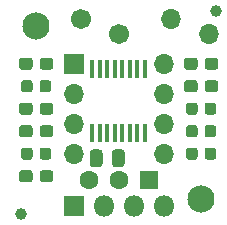
<source format=gts>
G04 #@! TF.GenerationSoftware,KiCad,Pcbnew,(5.1.6-0-10_14)*
G04 #@! TF.CreationDate,2021-03-28T12:21:54+01:00*
G04 #@! TF.ProjectId,VR-Conditioner-MAX9926+reg,56522d43-6f6e-4646-9974-696f6e65722d,3.6*
G04 #@! TF.SameCoordinates,PX68c4118PY713e7a8*
G04 #@! TF.FileFunction,Soldermask,Top*
G04 #@! TF.FilePolarity,Negative*
%FSLAX46Y46*%
G04 Gerber Fmt 4.6, Leading zero omitted, Abs format (unit mm)*
G04 Created by KiCad (PCBNEW (5.1.6-0-10_14)) date 2021-03-28 12:21:54*
%MOMM*%
%LPD*%
G01*
G04 APERTURE LIST*
%ADD10O,1.801600X1.801600*%
%ADD11R,1.801600X1.801600*%
%ADD12R,1.601600X1.601600*%
%ADD13C,1.601600*%
%ADD14C,2.301600*%
%ADD15O,1.701600X1.701600*%
%ADD16C,1.701600*%
%ADD17R,0.456400X1.556499*%
%ADD18R,1.701600X1.701600*%
%ADD19C,1.000000*%
G04 APERTURE END LIST*
G04 #@! TO.C,C20*
G36*
G01*
X2875800Y7266650D02*
X2875800Y6703350D01*
G75*
G02*
X2631650Y6459200I-244150J0D01*
G01*
X2143350Y6459200D01*
G75*
G02*
X1899200Y6703350I0J244150D01*
G01*
X1899200Y7266650D01*
G75*
G02*
X2143350Y7510800I244150J0D01*
G01*
X2631650Y7510800D01*
G75*
G02*
X2875800Y7266650I0J-244150D01*
G01*
G37*
G36*
G01*
X4450800Y7266650D02*
X4450800Y6703350D01*
G75*
G02*
X4206650Y6459200I-244150J0D01*
G01*
X3718350Y6459200D01*
G75*
G02*
X3474200Y6703350I0J244150D01*
G01*
X3474200Y7266650D01*
G75*
G02*
X3718350Y7510800I244150J0D01*
G01*
X4206650Y7510800D01*
G75*
G02*
X4450800Y7266650I0J-244150D01*
G01*
G37*
G04 #@! TD*
G04 #@! TO.C,C10*
G36*
G01*
X3474200Y12418350D02*
X3474200Y12981650D01*
G75*
G02*
X3718350Y13225800I244150J0D01*
G01*
X4206650Y13225800D01*
G75*
G02*
X4450800Y12981650I0J-244150D01*
G01*
X4450800Y12418350D01*
G75*
G02*
X4206650Y12174200I-244150J0D01*
G01*
X3718350Y12174200D01*
G75*
G02*
X3474200Y12418350I0J244150D01*
G01*
G37*
G36*
G01*
X1899200Y12418350D02*
X1899200Y12981650D01*
G75*
G02*
X2143350Y13225800I244150J0D01*
G01*
X2631650Y13225800D01*
G75*
G02*
X2875800Y12981650I0J-244150D01*
G01*
X2875800Y12418350D01*
G75*
G02*
X2631650Y12174200I-244150J0D01*
G01*
X2143350Y12174200D01*
G75*
G02*
X1899200Y12418350I0J244150D01*
G01*
G37*
G04 #@! TD*
G04 #@! TO.C,C4*
G36*
G01*
X9591700Y6113350D02*
X9591700Y7076650D01*
G75*
G02*
X9860850Y7345800I269150J0D01*
G01*
X10399150Y7345800D01*
G75*
G02*
X10668300Y7076650I0J-269150D01*
G01*
X10668300Y6113350D01*
G75*
G02*
X10399150Y5844200I-269150J0D01*
G01*
X9860850Y5844200D01*
G75*
G02*
X9591700Y6113350I0J269150D01*
G01*
G37*
G36*
G01*
X7716700Y6113350D02*
X7716700Y7076650D01*
G75*
G02*
X7985850Y7345800I269150J0D01*
G01*
X8524150Y7345800D01*
G75*
G02*
X8793300Y7076650I0J-269150D01*
G01*
X8793300Y6113350D01*
G75*
G02*
X8524150Y5844200I-269150J0D01*
G01*
X7985850Y5844200D01*
G75*
G02*
X7716700Y6113350I0J269150D01*
G01*
G37*
G04 #@! TD*
G04 #@! TO.C,C3*
G36*
G01*
X16845800Y11076650D02*
X16845800Y10513350D01*
G75*
G02*
X16601650Y10269200I-244150J0D01*
G01*
X16113350Y10269200D01*
G75*
G02*
X15869200Y10513350I0J244150D01*
G01*
X15869200Y11076650D01*
G75*
G02*
X16113350Y11320800I244150J0D01*
G01*
X16601650Y11320800D01*
G75*
G02*
X16845800Y11076650I0J-244150D01*
G01*
G37*
G36*
G01*
X18420800Y11076650D02*
X18420800Y10513350D01*
G75*
G02*
X18176650Y10269200I-244150J0D01*
G01*
X17688350Y10269200D01*
G75*
G02*
X17444200Y10513350I0J244150D01*
G01*
X17444200Y11076650D01*
G75*
G02*
X17688350Y11320800I244150J0D01*
G01*
X18176650Y11320800D01*
G75*
G02*
X18420800Y11076650I0J-244150D01*
G01*
G37*
G04 #@! TD*
G04 #@! TO.C,C2*
G36*
G01*
X16845800Y9171650D02*
X16845800Y8608350D01*
G75*
G02*
X16601650Y8364200I-244150J0D01*
G01*
X16113350Y8364200D01*
G75*
G02*
X15869200Y8608350I0J244150D01*
G01*
X15869200Y9171650D01*
G75*
G02*
X16113350Y9415800I244150J0D01*
G01*
X16601650Y9415800D01*
G75*
G02*
X16845800Y9171650I0J-244150D01*
G01*
G37*
G36*
G01*
X18420800Y9171650D02*
X18420800Y8608350D01*
G75*
G02*
X18176650Y8364200I-244150J0D01*
G01*
X17688350Y8364200D01*
G75*
G02*
X17444200Y8608350I0J244150D01*
G01*
X17444200Y9171650D01*
G75*
G02*
X17688350Y9415800I244150J0D01*
G01*
X18176650Y9415800D01*
G75*
G02*
X18420800Y9171650I0J-244150D01*
G01*
G37*
G04 #@! TD*
G04 #@! TO.C,C1*
G36*
G01*
X16845800Y7266650D02*
X16845800Y6703350D01*
G75*
G02*
X16601650Y6459200I-244150J0D01*
G01*
X16113350Y6459200D01*
G75*
G02*
X15869200Y6703350I0J244150D01*
G01*
X15869200Y7266650D01*
G75*
G02*
X16113350Y7510800I244150J0D01*
G01*
X16601650Y7510800D01*
G75*
G02*
X16845800Y7266650I0J-244150D01*
G01*
G37*
G36*
G01*
X18420800Y7266650D02*
X18420800Y6703350D01*
G75*
G02*
X18176650Y6459200I-244150J0D01*
G01*
X17688350Y6459200D01*
G75*
G02*
X17444200Y6703350I0J244150D01*
G01*
X17444200Y7266650D01*
G75*
G02*
X17688350Y7510800I244150J0D01*
G01*
X18176650Y7510800D01*
G75*
G02*
X18420800Y7266650I0J-244150D01*
G01*
G37*
G04 #@! TD*
D10*
G04 #@! TO.C,J2*
X13970000Y2540000D03*
X11430000Y2540000D03*
X8890000Y2540000D03*
D11*
X6350000Y2540000D03*
G04 #@! TD*
D12*
G04 #@! TO.C,U2*
X12700000Y4745000D03*
D13*
X7620000Y4745000D03*
X10160000Y4745000D03*
G04 #@! TD*
D14*
G04 #@! TO.C,H2*
X3175000Y17780000D03*
G04 #@! TD*
G04 #@! TO.C,H1*
X17145000Y3175000D03*
G04 #@! TD*
G04 #@! TO.C,R22*
G36*
G01*
X3474200Y8627100D02*
X3474200Y9152900D01*
G75*
G02*
X3737100Y9415800I262900J0D01*
G01*
X4362900Y9415800D01*
G75*
G02*
X4625800Y9152900I0J-262900D01*
G01*
X4625800Y8627100D01*
G75*
G02*
X4362900Y8364200I-262900J0D01*
G01*
X3737100Y8364200D01*
G75*
G02*
X3474200Y8627100I0J262900D01*
G01*
G37*
G36*
G01*
X1724200Y8627100D02*
X1724200Y9152900D01*
G75*
G02*
X1987100Y9415800I262900J0D01*
G01*
X2612900Y9415800D01*
G75*
G02*
X2875800Y9152900I0J-262900D01*
G01*
X2875800Y8627100D01*
G75*
G02*
X2612900Y8364200I-262900J0D01*
G01*
X1987100Y8364200D01*
G75*
G02*
X1724200Y8627100I0J262900D01*
G01*
G37*
G04 #@! TD*
D15*
G04 #@! TO.C,R23*
X17780000Y17145000D03*
D16*
X10160000Y17145000D03*
G04 #@! TD*
D15*
G04 #@! TO.C,R13*
X14605000Y18415000D03*
D16*
X6985000Y18415000D03*
G04 #@! TD*
D17*
G04 #@! TO.C,U1*
X12382500Y8708652D03*
X11747500Y8708652D03*
X11112500Y8708652D03*
X10477500Y8708652D03*
X9842500Y8708652D03*
X9207500Y8708652D03*
X8572500Y8708652D03*
X7937500Y8708652D03*
X7937500Y14151348D03*
X8572500Y14151348D03*
X9207500Y14151348D03*
X9842500Y14151348D03*
X10477500Y14151348D03*
X11112500Y14151348D03*
X11747500Y14151348D03*
X12382500Y14151348D03*
G04 #@! TD*
G04 #@! TO.C,R21*
G36*
G01*
X2875800Y5342900D02*
X2875800Y4817100D01*
G75*
G02*
X2612900Y4554200I-262900J0D01*
G01*
X1987100Y4554200D01*
G75*
G02*
X1724200Y4817100I0J262900D01*
G01*
X1724200Y5342900D01*
G75*
G02*
X1987100Y5605800I262900J0D01*
G01*
X2612900Y5605800D01*
G75*
G02*
X2875800Y5342900I0J-262900D01*
G01*
G37*
G36*
G01*
X4625800Y5342900D02*
X4625800Y4817100D01*
G75*
G02*
X4362900Y4554200I-262900J0D01*
G01*
X3737100Y4554200D01*
G75*
G02*
X3474200Y4817100I0J262900D01*
G01*
X3474200Y5342900D01*
G75*
G02*
X3737100Y5605800I262900J0D01*
G01*
X4362900Y5605800D01*
G75*
G02*
X4625800Y5342900I0J-262900D01*
G01*
G37*
G04 #@! TD*
G04 #@! TO.C,R20*
G36*
G01*
X16845800Y12962900D02*
X16845800Y12437100D01*
G75*
G02*
X16582900Y12174200I-262900J0D01*
G01*
X15957100Y12174200D01*
G75*
G02*
X15694200Y12437100I0J262900D01*
G01*
X15694200Y12962900D01*
G75*
G02*
X15957100Y13225800I262900J0D01*
G01*
X16582900Y13225800D01*
G75*
G02*
X16845800Y12962900I0J-262900D01*
G01*
G37*
G36*
G01*
X18595800Y12962900D02*
X18595800Y12437100D01*
G75*
G02*
X18332900Y12174200I-262900J0D01*
G01*
X17707100Y12174200D01*
G75*
G02*
X17444200Y12437100I0J262900D01*
G01*
X17444200Y12962900D01*
G75*
G02*
X17707100Y13225800I262900J0D01*
G01*
X18332900Y13225800D01*
G75*
G02*
X18595800Y12962900I0J-262900D01*
G01*
G37*
G04 #@! TD*
G04 #@! TO.C,R12*
G36*
G01*
X3474200Y14342100D02*
X3474200Y14867900D01*
G75*
G02*
X3737100Y15130800I262900J0D01*
G01*
X4362900Y15130800D01*
G75*
G02*
X4625800Y14867900I0J-262900D01*
G01*
X4625800Y14342100D01*
G75*
G02*
X4362900Y14079200I-262900J0D01*
G01*
X3737100Y14079200D01*
G75*
G02*
X3474200Y14342100I0J262900D01*
G01*
G37*
G36*
G01*
X1724200Y14342100D02*
X1724200Y14867900D01*
G75*
G02*
X1987100Y15130800I262900J0D01*
G01*
X2612900Y15130800D01*
G75*
G02*
X2875800Y14867900I0J-262900D01*
G01*
X2875800Y14342100D01*
G75*
G02*
X2612900Y14079200I-262900J0D01*
G01*
X1987100Y14079200D01*
G75*
G02*
X1724200Y14342100I0J262900D01*
G01*
G37*
G04 #@! TD*
G04 #@! TO.C,R11*
G36*
G01*
X3474200Y10532100D02*
X3474200Y11057900D01*
G75*
G02*
X3737100Y11320800I262900J0D01*
G01*
X4362900Y11320800D01*
G75*
G02*
X4625800Y11057900I0J-262900D01*
G01*
X4625800Y10532100D01*
G75*
G02*
X4362900Y10269200I-262900J0D01*
G01*
X3737100Y10269200D01*
G75*
G02*
X3474200Y10532100I0J262900D01*
G01*
G37*
G36*
G01*
X1724200Y10532100D02*
X1724200Y11057900D01*
G75*
G02*
X1987100Y11320800I262900J0D01*
G01*
X2612900Y11320800D01*
G75*
G02*
X2875800Y11057900I0J-262900D01*
G01*
X2875800Y10532100D01*
G75*
G02*
X2612900Y10269200I-262900J0D01*
G01*
X1987100Y10269200D01*
G75*
G02*
X1724200Y10532100I0J262900D01*
G01*
G37*
G04 #@! TD*
G04 #@! TO.C,R10*
G36*
G01*
X16845800Y14867900D02*
X16845800Y14342100D01*
G75*
G02*
X16582900Y14079200I-262900J0D01*
G01*
X15957100Y14079200D01*
G75*
G02*
X15694200Y14342100I0J262900D01*
G01*
X15694200Y14867900D01*
G75*
G02*
X15957100Y15130800I262900J0D01*
G01*
X16582900Y15130800D01*
G75*
G02*
X16845800Y14867900I0J-262900D01*
G01*
G37*
G36*
G01*
X18595800Y14867900D02*
X18595800Y14342100D01*
G75*
G02*
X18332900Y14079200I-262900J0D01*
G01*
X17707100Y14079200D01*
G75*
G02*
X17444200Y14342100I0J262900D01*
G01*
X17444200Y14867900D01*
G75*
G02*
X17707100Y15130800I262900J0D01*
G01*
X18332900Y15130800D01*
G75*
G02*
X18595800Y14867900I0J-262900D01*
G01*
G37*
G04 #@! TD*
D15*
G04 #@! TO.C,J1*
X13970000Y14605000D03*
X6350000Y6985000D03*
X13970000Y12065000D03*
X6350000Y9525000D03*
X13970000Y9525000D03*
X6350000Y12065000D03*
X13970000Y6985000D03*
D18*
X6350000Y14605000D03*
G04 #@! TD*
D19*
G04 #@! TO.C,FID2*
X18415000Y19050000D03*
G04 #@! TD*
G04 #@! TO.C,FID1*
X1905000Y1905000D03*
G04 #@! TD*
M02*

</source>
